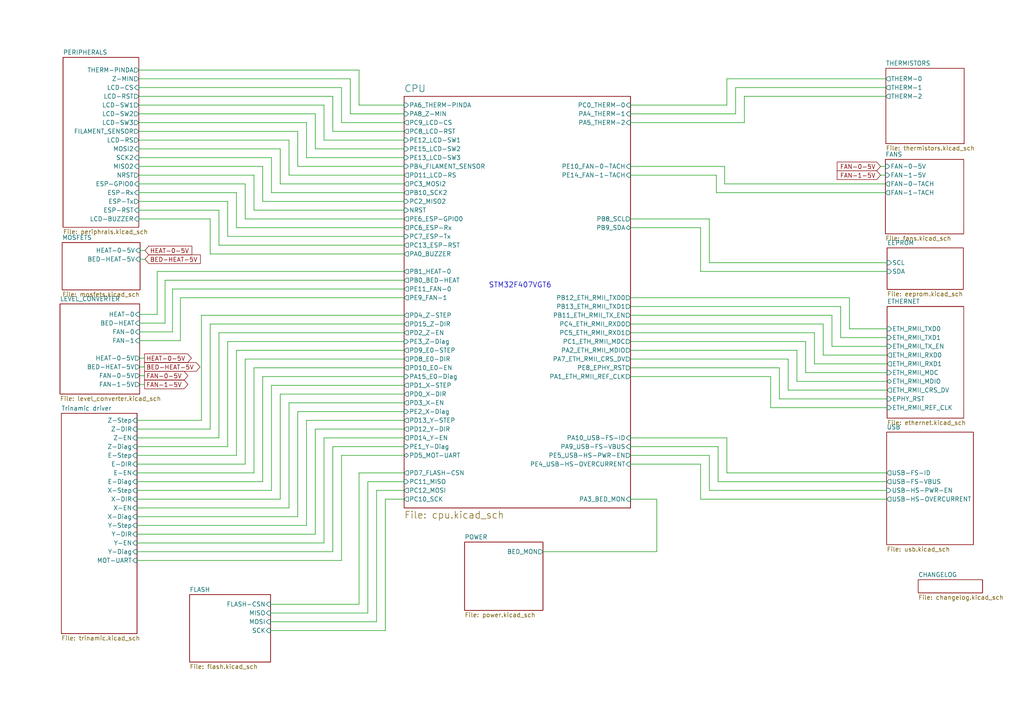
<source format=kicad_sch>
(kicad_sch (version 20211123) (generator eeschema)
  (paper "A4")
  (title_block (title "Buddy") (date "2019-10-24") (rev "v1.0.0") (company "PRUSA Research s.r.o.") (comment 1 "http://creativecommons.org/licenses/by-sa/4.0/") (comment 2 "Licensed under the Attribution-ShareAlike 4.0 International (CC BY-SA 4.0)"))
  (lib_symbols)
  (wire (pts (xy 104.14 30.48) (xy 104.14 20.32)))
  (wire (pts (xy 203.2 78.74) (xy 257.302 78.74)))
  (wire (pts (xy 78.486 180.34) (xy 109.22 180.34)))
  (wire (pts (xy 207.772 50.8) (xy 207.772 55.88)))
  (wire (pts (xy 205.74 142.24) (xy 205.74 132.08)))
  (wire (pts (xy 226.06 115.697) (xy 257.302 115.697)))
  (wire (pts (xy 182.88 106.68) (xy 226.06 106.68)))
  (wire (pts (xy 106.68 139.7) (xy 117.221 139.7)))
  (wire (pts (xy 182.88 144.78) (xy 190.5 144.78)))
  (wire (pts (xy 66.04 99.06) (xy 66.04 129.54)))
  (wire (pts (xy 52.324 86.36) (xy 52.324 98.806)))
  (wire (pts (xy 81.28 114.3) (xy 117.221 114.3)))
  (wire (pts (xy 109.22 142.24) (xy 117.221 142.24)))
  (wire (pts (xy 233.68 108.077) (xy 257.302 108.077)))
  (wire (pts (xy 41.91 103.886) (xy 40.513 103.886)))
  (wire (pts (xy 60.96 93.98) (xy 60.96 124.46)))
  (wire (pts (xy 40.259 58.42) (xy 66.04 58.42)))
  (wire (pts (xy 99.06 35.56) (xy 117.221 35.56)))
  (wire (pts (xy 213.36 25.4) (xy 213.36 33.02)))
  (wire (pts (xy 241.3 100.457) (xy 257.302 100.457)))
  (wire (pts (xy 40.259 20.32) (xy 104.14 20.32)))
  (wire (pts (xy 226.06 106.68) (xy 226.06 115.697)))
  (wire (pts (xy 246.38 86.36) (xy 246.38 95.377)))
  (wire (pts (xy 81.28 53.34) (xy 117.221 53.34)))
  (wire (pts (xy 203.2 144.78) (xy 203.2 134.62)))
  (wire (pts (xy 93.98 40.64) (xy 93.98 30.48)))
  (wire (pts (xy 40.513 93.726) (xy 47.879 93.726)))
  (wire (pts (xy 71.12 104.14) (xy 71.12 134.62)))
  (wire (pts (xy 83.82 116.84) (xy 117.221 116.84)))
  (wire (pts (xy 78.486 182.88) (xy 111.76 182.88)))
  (wire (pts (xy 68.58 101.6) (xy 117.221 101.6)))
  (wire (pts (xy 182.88 99.06) (xy 233.68 99.06)))
  (wire (pts (xy 73.66 60.96) (xy 117.221 60.96)))
  (wire (pts (xy 39.751 147.32) (xy 83.82 147.32)))
  (wire (pts (xy 208.28 139.7) (xy 208.28 129.54)))
  (wire (pts (xy 99.06 35.56) (xy 99.06 25.4)))
  (wire (pts (xy 78.74 111.76) (xy 117.221 111.76)))
  (wire (pts (xy 213.36 25.4) (xy 256.921 25.4)))
  (wire (pts (xy 228.6 104.14) (xy 228.6 113.157)))
  (wire (pts (xy 236.22 96.52) (xy 236.22 105.537)))
  (wire (pts (xy 182.88 127) (xy 210.82 127)))
  (wire (pts (xy 73.66 106.68) (xy 117.221 106.68)))
  (wire (pts (xy 68.58 101.6) (xy 68.58 132.08)))
  (wire (pts (xy 255.397 50.8) (xy 256.794 50.8)))
  (wire (pts (xy 40.259 40.64) (xy 83.82 40.64)))
  (wire (pts (xy 40.259 38.1) (xy 86.36 38.1)))
  (wire (pts (xy 39.751 137.16) (xy 73.66 137.16)))
  (wire (pts (xy 210.82 137.16) (xy 210.82 127)))
  (wire (pts (xy 182.88 109.22) (xy 223.52 109.22)))
  (wire (pts (xy 236.22 105.537) (xy 257.302 105.537)))
  (wire (pts (xy 182.88 93.98) (xy 238.76 93.98)))
  (wire (pts (xy 76.2 58.42) (xy 117.221 58.42)))
  (wire (pts (xy 63.5 96.52) (xy 117.221 96.52)))
  (wire (pts (xy 182.88 96.52) (xy 236.22 96.52)))
  (wire (pts (xy 68.58 66.04) (xy 117.221 66.04)))
  (wire (pts (xy 93.98 127) (xy 117.221 127)))
  (wire (pts (xy 241.3 91.44) (xy 241.3 100.457)))
  (wire (pts (xy 99.06 132.08) (xy 117.221 132.08)))
  (wire (pts (xy 39.751 152.4) (xy 88.9 152.4)))
  (wire (pts (xy 246.38 95.377) (xy 257.302 95.377)))
  (wire (pts (xy 40.259 27.94) (xy 96.52 27.94)))
  (wire (pts (xy 228.6 113.157) (xy 257.302 113.157)))
  (wire (pts (xy 39.751 162.56) (xy 99.06 162.56)))
  (wire (pts (xy 86.36 119.38) (xy 117.221 119.38)))
  (wire (pts (xy 182.88 129.54) (xy 208.28 129.54)))
  (wire (pts (xy 205.74 132.08) (xy 182.88 132.08)))
  (wire (pts (xy 210.185 48.26) (xy 210.185 53.34)))
  (wire (pts (xy 40.513 91.186) (xy 45.593 91.186)))
  (wire (pts (xy 81.28 114.3) (xy 81.28 144.78)))
  (wire (pts (xy 39.751 121.92) (xy 58.42 121.92)))
  (wire (pts (xy 63.5 71.12) (xy 117.221 71.12)))
  (wire (pts (xy 182.88 104.14) (xy 228.6 104.14)))
  (wire (pts (xy 213.36 33.02) (xy 182.88 33.02)))
  (wire (pts (xy 205.74 76.2) (xy 257.302 76.2)))
  (wire (pts (xy 50.038 83.82) (xy 50.038 96.266)))
  (wire (pts (xy 50.038 83.82) (xy 117.221 83.82)))
  (wire (pts (xy 40.513 108.966) (xy 41.91 108.966)))
  (wire (pts (xy 66.04 68.58) (xy 117.221 68.58)))
  (wire (pts (xy 39.751 124.46) (xy 60.96 124.46)))
  (wire (pts (xy 42.037 72.644) (xy 40.64 72.644)))
  (wire (pts (xy 39.751 144.78) (xy 81.28 144.78)))
  (wire (pts (xy 182.88 66.04) (xy 203.2 66.04)))
  (wire (pts (xy 233.68 99.06) (xy 233.68 108.077)))
  (wire (pts (xy 96.52 38.1) (xy 117.221 38.1)))
  (wire (pts (xy 223.52 118.237) (xy 257.302 118.237)))
  (wire (pts (xy 88.9 121.92) (xy 117.221 121.92)))
  (wire (pts (xy 210.82 22.86) (xy 210.82 30.48)))
  (wire (pts (xy 63.5 96.52) (xy 63.5 127)))
  (wire (pts (xy 111.76 144.78) (xy 111.76 182.88)))
  (wire (pts (xy 99.06 132.08) (xy 99.06 162.56)))
  (wire (pts (xy 40.513 98.806) (xy 52.324 98.806)))
  (wire (pts (xy 104.14 137.16) (xy 104.14 175.26)))
  (wire (pts (xy 39.751 139.7) (xy 76.2 139.7)))
  (wire (pts (xy 40.259 55.88) (xy 68.58 55.88)))
  (wire (pts (xy 205.74 63.5) (xy 205.74 76.2)))
  (wire (pts (xy 190.5 160.02) (xy 157.48 160.02)))
  (wire (pts (xy 91.44 124.46) (xy 117.221 124.46)))
  (wire (pts (xy 52.324 86.36) (xy 117.221 86.36)))
  (wire (pts (xy 40.259 63.5) (xy 60.96 63.5)))
  (wire (pts (xy 208.28 139.7) (xy 257.175 139.7)))
  (wire (pts (xy 182.88 101.6) (xy 231.14 101.6)))
  (wire (pts (xy 223.52 109.22) (xy 223.52 118.237)))
  (wire (pts (xy 78.74 55.88) (xy 117.221 55.88)))
  (wire (pts (xy 78.486 175.26) (xy 104.14 175.26)))
  (wire (pts (xy 40.513 111.506) (xy 41.91 111.506)))
  (wire (pts (xy 39.751 160.02) (xy 96.52 160.02)))
  (wire (pts (xy 47.879 81.28) (xy 47.879 93.726)))
  (wire (pts (xy 205.74 142.24) (xy 257.175 142.24)))
  (wire (pts (xy 71.12 53.34) (xy 71.12 63.5)))
  (wire (pts (xy 182.88 48.26) (xy 210.185 48.26)))
  (wire (pts (xy 63.5 60.96) (xy 63.5 71.12)))
  (wire (pts (xy 40.259 33.02) (xy 91.44 33.02)))
  (wire (pts (xy 210.82 137.16) (xy 257.175 137.16)))
  (wire (pts (xy 86.36 48.26) (xy 117.221 48.26)))
  (wire (pts (xy 60.96 93.98) (xy 117.221 93.98)))
  (wire (pts (xy 39.751 149.86) (xy 86.36 149.86)))
  (wire (pts (xy 39.751 154.94) (xy 91.44 154.94)))
  (wire (pts (xy 231.14 110.617) (xy 257.302 110.617)))
  (wire (pts (xy 40.259 43.18) (xy 81.28 43.18)))
  (wire (pts (xy 101.6 33.02) (xy 117.221 33.02)))
  (wire (pts (xy 238.76 93.98) (xy 238.76 102.997)))
  (wire (pts (xy 39.751 134.62) (xy 71.12 134.62)))
  (wire (pts (xy 40.259 25.4) (xy 99.06 25.4)))
  (wire (pts (xy 45.593 78.74) (xy 117.221 78.74)))
  (wire (pts (xy 182.88 91.44) (xy 241.3 91.44)))
  (wire (pts (xy 60.96 73.66) (xy 117.221 73.66)))
  (wire (pts (xy 58.42 91.44) (xy 117.221 91.44)))
  (wire (pts (xy 78.74 111.76) (xy 78.74 142.24)))
  (wire (pts (xy 71.12 104.14) (xy 117.221 104.14)))
  (wire (pts (xy 91.44 43.18) (xy 91.44 33.02)))
  (wire (pts (xy 73.66 60.96) (xy 73.66 50.8)))
  (wire (pts (xy 66.04 58.42) (xy 66.04 68.58)))
  (wire (pts (xy 203.2 144.78) (xy 257.175 144.78)))
  (wire (pts (xy 96.52 129.54) (xy 96.52 160.02)))
  (wire (pts (xy 88.9 45.72) (xy 117.221 45.72)))
  (wire (pts (xy 42.037 75.184) (xy 40.64 75.184)))
  (wire (pts (xy 40.259 45.72) (xy 78.74 45.72)))
  (wire (pts (xy 58.42 91.44) (xy 58.42 121.92)))
  (wire (pts (xy 238.76 102.997) (xy 257.302 102.997)))
  (wire (pts (xy 39.751 142.24) (xy 78.74 142.24)))
  (wire (pts (xy 76.2 109.22) (xy 117.221 109.22)))
  (wire (pts (xy 40.259 48.26) (xy 76.2 48.26)))
  (wire (pts (xy 207.772 55.88) (xy 256.794 55.88)))
  (wire (pts (xy 210.82 30.48) (xy 182.88 30.48)))
  (wire (pts (xy 210.185 53.34) (xy 256.794 53.34)))
  (wire (pts (xy 231.14 101.6) (xy 231.14 110.617)))
  (wire (pts (xy 101.6 33.02) (xy 101.6 22.86)))
  (wire (pts (xy 73.66 106.68) (xy 73.66 137.16)))
  (wire (pts (xy 78.74 55.88) (xy 78.74 45.72)))
  (wire (pts (xy 182.88 63.5) (xy 205.74 63.5)))
  (wire (pts (xy 78.486 177.8) (xy 106.68 177.8)))
  (wire (pts (xy 190.5 144.78) (xy 190.5 160.02)))
  (wire (pts (xy 40.259 53.34) (xy 71.12 53.34)))
  (wire (pts (xy 86.36 48.26) (xy 86.36 38.1)))
  (wire (pts (xy 96.52 38.1) (xy 96.52 27.94)))
  (wire (pts (xy 40.513 106.426) (xy 41.91 106.426)))
  (wire (pts (xy 243.84 97.917) (xy 257.302 97.917)))
  (wire (pts (xy 91.44 124.46) (xy 91.44 154.94)))
  (wire (pts (xy 71.12 63.5) (xy 117.221 63.5)))
  (wire (pts (xy 86.36 119.38) (xy 86.36 149.86)))
  (wire (pts (xy 39.751 157.48) (xy 93.98 157.48)))
  (wire (pts (xy 256.794 48.26) (xy 255.397 48.26)))
  (wire (pts (xy 203.2 134.62) (xy 182.88 134.62)))
  (wire (pts (xy 203.2 66.04) (xy 203.2 78.74)))
  (wire (pts (xy 91.44 43.18) (xy 117.221 43.18)))
  (wire (pts (xy 40.259 22.86) (xy 101.6 22.86)))
  (wire (pts (xy 40.259 60.96) (xy 63.5 60.96)))
  (wire (pts (xy 109.22 142.24) (xy 109.22 180.34)))
  (wire (pts (xy 182.88 86.36) (xy 246.38 86.36)))
  (wire (pts (xy 104.14 137.16) (xy 117.221 137.16)))
  (wire (pts (xy 40.513 96.266) (xy 50.038 96.266)))
  (wire (pts (xy 210.82 22.86) (xy 256.921 22.86)))
  (wire (pts (xy 182.88 88.9) (xy 243.84 88.9)))
  (wire (pts (xy 40.259 50.8) (xy 73.66 50.8)))
  (wire (pts (xy 83.82 40.64) (xy 83.82 50.8)))
  (wire (pts (xy 83.82 116.84) (xy 83.82 147.32)))
  (wire (pts (xy 68.58 55.88) (xy 68.58 66.04)))
  (wire (pts (xy 106.68 139.7) (xy 106.68 177.8)))
  (wire (pts (xy 88.9 121.92) (xy 88.9 152.4)))
  (wire (pts (xy 66.04 99.06) (xy 117.221 99.06)))
  (wire (pts (xy 39.751 129.54) (xy 66.04 129.54)))
  (wire (pts (xy 93.98 40.64) (xy 117.221 40.64)))
  (wire (pts (xy 111.76 144.78) (xy 117.221 144.78)))
  (wire (pts (xy 76.2 109.22) (xy 76.2 139.7)))
  (wire (pts (xy 243.84 88.9) (xy 243.84 97.917)))
  (wire (pts (xy 40.259 30.48) (xy 93.98 30.48)))
  (wire (pts (xy 215.9 35.56) (xy 215.9 27.94)))
  (wire (pts (xy 45.593 78.74) (xy 45.593 91.186)))
  (wire (pts (xy 182.88 50.8) (xy 207.772 50.8)))
  (wire (pts (xy 60.96 63.5) (xy 60.96 73.66)))
  (wire (pts (xy 96.52 129.54) (xy 117.221 129.54)))
  (wire (pts (xy 81.28 53.34) (xy 81.28 43.18)))
  (wire (pts (xy 182.88 35.56) (xy 215.9 35.56)))
  (wire (pts (xy 93.98 127) (xy 93.98 157.48)))
  (wire (pts (xy 104.14 30.48) (xy 117.221 30.48)))
  (wire (pts (xy 40.259 35.56) (xy 88.9 35.56)))
  (wire (pts (xy 39.751 132.08) (xy 68.58 132.08)))
  (wire (pts (xy 83.82 50.8) (xy 117.221 50.8)))
  (wire (pts (xy 88.9 45.72) (xy 88.9 35.56)))
  (wire (pts (xy 47.879 81.28) (xy 117.221 81.28)))
  (wire (pts (xy 215.9 27.94) (xy 256.921 27.94)))
  (wire (pts (xy 39.751 127) (xy 63.5 127)))
  (wire (pts (xy 76.2 48.26) (xy 76.2 58.42)))
  (text "STM32F407VGT6" (at 141.732 83.693 0) (effects (font (size 1.4986 1.4986)) (justify left bottom)))
  (global_label "FAN-1-5V" (shape input) (at 255.397 50.8 180) (property "Intersheet References" "${INTERSHEET_REFS}" (effects hide)))
  (global_label "FAN-0-5V" (shape input) (at 255.397 48.26 180) (property "Intersheet References" "${INTERSHEET_REFS}" (effects hide)))
  (global_label "BED-HEAT-5V" (shape input) (at 42.037 75.184 0) (property "Intersheet References" "${INTERSHEET_REFS}" (effects hide)))
  (global_label "FAN-0-5V" (shape output) (at 41.91 108.966 0) (property "Intersheet References" "${INTERSHEET_REFS}" (effects hide)))
  (global_label "FAN-1-5V" (shape output) (at 41.91 111.506 0) (property "Intersheet References" "${INTERSHEET_REFS}" (effects hide)))
  (global_label "HEAT-0-5V" (shape input) (at 42.037 72.644 0) (property "Intersheet References" "${INTERSHEET_REFS}" (effects hide)))
  (global_label "HEAT-0-5V" (shape output) (at 41.91 103.886 0) (property "Intersheet References" "${INTERSHEET_REFS}" (effects hide)))
  (global_label "BED-HEAT-5V" (shape output) (at 41.91 106.426 0) (property "Intersheet References" "${INTERSHEET_REFS}" (effects hide)))
  (sheet (at 17.78 119.888) (size 21.971 63.881)
    (property "Sheet name" "Trinamic driver" (at 17.78 119.1764 0) (effects (justify left bottom)))
    (property "Sheet file" "trinamic.kicad_sch" (at 17.78 184.3536 0) (effects (justify left top)))
    (pin "X-Step" input (at 39.751 142.24 0))
    (pin "X-DIR" input (at 39.751 144.78 0))
    (pin "X-EN" input (at 39.751 147.32 0))
    (pin "X-Diag" input (at 39.751 149.86 0))
    (pin "Y-Step" input (at 39.751 152.4 0))
    (pin "Y-DIR" input (at 39.751 154.94 0))
    (pin "Y-EN" input (at 39.751 157.48 0))
    (pin "Y-Diag" input (at 39.751 160.02 0))
    (pin "Z-Step" input (at 39.751 121.92 0))
    (pin "Z-DIR" input (at 39.751 124.46 0))
    (pin "Z-EN" input (at 39.751 127 0))
    (pin "Z-Diag" input (at 39.751 129.54 0))
    (pin "MOT-UART" input (at 39.751 162.56 0))
    (pin "E-Step" input (at 39.751 132.08 0))
    (pin "E-DIR" input (at 39.751 134.62 0))
    (pin "E-EN" input (at 39.751 137.16 0))
    (pin "E-Diag" input (at 39.751 139.7 0))
  )
  (sheet (at 256.794 46.228) (size 22.733 21.59)
    (property "Sheet name" "FANS" (at 256.794 45.5164 0) (effects (justify left bottom)))
    (property "Sheet file" "fans.kicad_sch" (at 256.794 68.4026 0) (effects (justify left top)))
    (pin "FAN-0-5V" input (at 256.794 48.26 180))
    (pin "FAN-1-5V" input (at 256.794 50.8 180))
    (pin "FAN-0-TACH" output (at 256.794 53.34 180))
    (pin "FAN-1-TACH" output (at 256.794 55.88 180))
  )
  (sheet (at 256.921 19.812) (size 22.733 21.844)
    (property "Sheet name" "THERMISTORS" (at 256.921 19.1004 0) (effects (justify left bottom)))
    (property "Sheet file" "thermistors.kicad_sch" (at 256.921 42.2406 0) (effects (justify left top)))
    (pin "THERM-0" output (at 256.921 22.86 180))
    (pin "THERM-1" output (at 256.921 25.4 180))
    (pin "THERM-2" output (at 256.921 27.94 180))
  )
  (sheet (at 257.302 71.882) (size 22.098 12.065)
    (property "Sheet name" "EEPROM" (at 257.302 71.1704 0) (effects (justify left bottom)))
    (property "Sheet file" "eeprom.kicad_sch" (at 257.302 84.5316 0) (effects (justify left top)))
    (pin "SCL" input (at 257.302 76.2 180))
    (pin "SDA" input (at 257.302 78.74 180))
  )
  (sheet (at 134.747 157.226) (size 22.733 19.812)
    (property "Sheet name" "POWER" (at 134.747 156.5144 0) (effects (justify left bottom)))
    (property "Sheet file" "power.kicad_sch" (at 134.747 177.6226 0) (effects (justify left top)))
    (pin "BED_MON" output (at 157.48 160.02 0))
  )
  (sheet (at 257.175 125.349) (size 25.146 32.639)
    (property "Sheet name" "USB" (at 257.175 124.6374 0) (effects (justify left bottom)))
    (property "Sheet file" "usb.kicad_sch" (at 257.175 158.5726 0) (effects (justify left top)))
    (pin "USB-FS-ID" output (at 257.175 137.16 180))
    (pin "USB-FS-VBUS" output (at 257.175 139.7 180))
    (pin "USB-HS-PWR-EN" input (at 257.175 142.24 180))
    (pin "USB-HS-OVERCURRENT" output (at 257.175 144.78 180))
  )
  (sheet (at 257.302 88.9) (size 22.225 32.385)
    (property "Sheet name" "ETHERNET" (at 257.302 88.1884 0) (effects (justify left bottom)))
    (property "Sheet file" "ethernet.kicad_sch" (at 257.302 121.8696 0) (effects (justify left top)))
    (pin "ETH_RMII_TXD0" input (at 257.302 95.377 180))
    (pin "ETH_RMII_TXD1" input (at 257.302 97.917 180))
    (pin "ETH_RMII_TX_EN" input (at 257.302 100.457 180))
    (pin "ETH_RMII_RXD0" output (at 257.302 102.997 180))
    (pin "ETH_RMII_RXD1" output (at 257.302 105.537 180))
    (pin "ETH_RMII_MDC" input (at 257.302 108.077 180))
    (pin "ETH_RMII_MDIO" bidirectional (at 257.302 110.617 180))
    (pin "ETH_RMII_CRS_DV" output (at 257.302 113.157 180))
    (pin "EPHY_RST" input (at 257.302 115.697 180))
    (pin "ETH_RMII_REF_CLK" input (at 257.302 118.237 180))
  )
  (sheet (at 54.991 172.466) (size 23.495 19.558)
    (property "Sheet name" "FLASH" (at 54.991 171.7544 0) (effects (justify left bottom)))
    (property "Sheet file" "flash.kicad_sch" (at 54.991 192.6086 0) (effects (justify left top)))
    (pin "SCK" input (at 78.486 182.88 0))
    (pin "MISO" input (at 78.486 177.8 0))
    (pin "MOSI" input (at 78.486 180.34 0))
    (pin "FLASH-CSN" input (at 78.486 175.26 0))
  )
  (sheet (at 17.399 88.138) (size 23.114 26.162)
    (property "Sheet name" "LEVEL_CONVERTER" (at 17.399 87.4264 0) (effects (justify left bottom)))
    (property "Sheet file" "level_converter.kicad_sch" (at 17.399 114.8846 0) (effects (justify left top)))
    (pin "HEAT-0" input (at 40.513 91.186 0))
    (pin "FAN-0" input (at 40.513 96.266 0))
    (pin "FAN-1" input (at 40.513 98.806 0))
    (pin "BED-HEAT" input (at 40.513 93.726 0))
    (pin "HEAT-0-5V" output (at 40.513 103.886 0))
    (pin "FAN-0-5V" output (at 40.513 108.966 0))
    (pin "FAN-1-5V" output (at 40.513 111.506 0))
    (pin "BED-HEAT-5V" output (at 40.513 106.426 0))
  )
  (sheet (at 18.034 70.358) (size 22.606 13.716)
    (property "Sheet name" "MOSFETS" (at 18.034 69.6464 0) (effects (justify left bottom)))
    (property "Sheet file" "mosfets.kicad_sch" (at 18.034 84.6586 0) (effects (justify left top)))
    (pin "HEAT-0-5V" input (at 40.64 72.644 0))
    (pin "BED-HEAT-5V" input (at 40.64 75.184 0))
  )
  (sheet (at 266.319 168.148) (size 18.669 3.81)
    (property "Sheet name" "CHANGELOG" (at 266.319 167.4364 0) (effects (justify left bottom)))
    (property "Sheet file" "changelog.kicad_sch" (at 266.319 172.5426 0) (effects (justify left top)))
  )
  (sheet (at 18.288 16.637) (size 21.971 49.276)
    (property "Sheet name" "PERIPHERALS" (at 18.288 15.9254 0) (effects (justify left bottom)))
    (property "Sheet file" "periphrals.kicad_sch" (at 18.288 66.4976 0) (effects (justify left top)))
    (pin "THERM-PINDA" output (at 40.259 20.32 0))
    (pin "Z-MIN" output (at 40.259 22.86 0))
    (pin "LCD-CS" input (at 40.259 25.4 0))
    (pin "FILAMENT_SENSOR" output (at 40.259 38.1 0))
    (pin "LCD-RST" output (at 40.259 27.94 0))
    (pin "LCD-SW1" output (at 40.259 30.48 0))
    (pin "LCD-SW2" output (at 40.259 33.02 0))
    (pin "LCD-SW3" output (at 40.259 35.56 0))
    (pin "LCD-RS" output (at 40.259 40.64 0))
    (pin "SCK2" input (at 40.259 45.72 0))
    (pin "MOSI2" input (at 40.259 43.18 0))
    (pin "NRST" output (at 40.259 50.8 0))
    (pin "MISO2" input (at 40.259 48.26 0))
    (pin "ESP-Rx" input (at 40.259 55.88 0))
    (pin "ESP-Tx" output (at 40.259 58.42 0))
    (pin "ESP-RST" input (at 40.259 60.96 0))
    (pin "ESP-GPIO0" input (at 40.259 53.34 0))
    (pin "LCD-BUZZER" input (at 40.259 63.5 0))
  )
  (sheet (at 117.221 27.94) (size 65.659 119.38)
    (property "Sheet name" "CPU" (at 117.221 26.8601 0) (effects (font (size 2.0066 2.0066)) (justify left bottom)))
    (property "Sheet file" "cpu.kicad_sch" (at 117.221 148.1992 0) (effects (font (size 2.0066 2.0066)) (justify left top)))
    (pin "PE11_FAN-0" output (at 117.221 83.82 180))
    (pin "PE9_FAN-1" output (at 117.221 86.36 180))
    (pin "PA8_Z-MIN" input (at 117.221 33.02 180))
    (pin "PB9_SDA" bidirectional (at 182.88 66.04 0))
    (pin "PB8_SCL" output (at 182.88 63.5 0))
    (pin "PB12_ETH_RMII_TXD0" output (at 182.88 86.36 0))
    (pin "PB13_ETH_RMII_TXD1" output (at 182.88 88.9 0))
    (pin "PB11_ETH_RMII_TX_EN" output (at 182.88 91.44 0))
    (pin "PC4_ETH_RMII_RXD0" output (at 182.88 93.98 0))
    (pin "PC5_ETH_RMII_RXD1" output (at 182.88 96.52 0))
    (pin "PC1_ETH_RMII_MDC" output (at 182.88 99.06 0))
    (pin "PA2_ETH_RMII_MDIO" output (at 182.88 101.6 0))
    (pin "PA7_ETH_RMII_CRS_DV" output (at 182.88 104.14 0))
    (pin "PA1_ETH_RMII_REF_CLK" output (at 182.88 109.22 0))
    (pin "PA9_USB-FS-VBUS" input (at 182.88 129.54 0))
    (pin "PC2_MISO2" input (at 117.221 58.42 180))
    (pin "PC3_MOSI2" output (at 117.221 53.34 180))
    (pin "PB10_SCK2" output (at 117.221 55.88 180))
    (pin "PE14_FAN-1-TACH" input (at 182.88 50.8 0))
    (pin "PB0_BED-HEAT" output (at 117.221 81.28 180))
    (pin "PB1_HEAT-0" output (at 117.221 78.74 180))
    (pin "PD5_MOT-UART" bidirectional (at 117.221 132.08 180))
    (pin "PD15_Z-DIR" output (at 117.221 93.98 180))
    (pin "PE4_USB-HS-OVERCURRENT" input (at 182.88 134.62 0))
    (pin "PE5_USB-HS-PWR-EN" output (at 182.88 132.08 0))
    (pin "PA10_USB-FS-ID" input (at 182.88 127 0))
    (pin "PA6_THERM-PINDA" input (at 117.221 30.48 180))
    (pin "PE10_FAN-0-TACH" input (at 182.88 48.26 0))
    (pin "PC9_LCD-CS" output (at 117.221 35.56 180))
    (pin "PE15_LCD-SW2" input (at 117.221 43.18 180))
    (pin "PE13_LCD-SW3" input (at 117.221 45.72 180))
    (pin "PC8_LCD-RST" output (at 117.221 38.1 180))
    (pin "PE8_EPHY_RST" output (at 182.88 106.68 0))
    (pin "NRST" input (at 117.221 60.96 180))
    (pin "PD7_FLASH-CSN" output (at 117.221 137.16 180))
    (pin "PC11_MISO" input (at 117.221 139.7 180))
    (pin "PC12_MOSI" output (at 117.221 142.24 180))
    (pin "PC10_SCK" output (at 117.221 144.78 180))
    (pin "PA0_BUZZER" output (at 117.221 73.66 180))
    (pin "PE12_LCD-SW1" input (at 117.221 40.64 180))
    (pin "PD11_LCD-RS" output (at 117.221 50.8 180))
    (pin "PC6_ESP-Rx" output (at 117.221 66.04 180))
    (pin "PC7_ESP-Tx" input (at 117.221 68.58 180))
    (pin "PE6_ESP-GPIO0" output (at 117.221 63.5 180))
    (pin "PD1_X-STEP" output (at 117.221 111.76 180))
    (pin "PD4_Z-STEP" output (at 117.221 91.44 180))
    (pin "PD0_X-DIR" output (at 117.221 114.3 180))
    (pin "PD2_Z-EN" output (at 117.221 96.52 180))
    (pin "PD3_X-EN" output (at 117.221 116.84 180))
    (pin "PE3_Z-Diag" input (at 117.221 99.06 180))
    (pin "PE2_X-Diag" input (at 117.221 119.38 180))
    (pin "PD9_E0-STEP" output (at 117.221 101.6 180))
    (pin "PD13_Y-STEP" output (at 117.221 121.92 180))
    (pin "PD12_Y-DIR" output (at 117.221 124.46 180))
    (pin "PD8_E0-DIR" output (at 117.221 104.14 180))
    (pin "PA15_E0-Diag" input (at 117.221 109.22 180))
    (pin "PE1_Y-Diag" input (at 117.221 129.54 180))
    (pin "PD10_E0-EN" output (at 117.221 106.68 180))
    (pin "PD14_Y-EN" output (at 117.221 127 180))
    (pin "PC13_ESP-RST" output (at 117.221 71.12 180))
    (pin "PB4_FILAMENT_SENSOR" input (at 117.221 48.26 180))
    (pin "PC0_THERM-0" input (at 182.88 30.48 0))
    (pin "PA4_THERM-1" input (at 182.88 33.02 0))
    (pin "PA5_THERM-2" input (at 182.88 35.56 0))
    (pin "PA3_BED_MON" input (at 182.88 144.78 0))
  )
)
</source>
